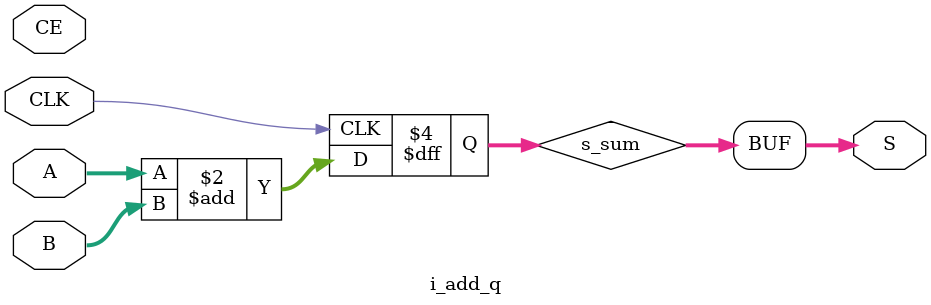
<source format=v>
module i_add_q #(
    parameter INPUT_WIDTH = 37
)(
    input wire signed  [INPUT_WIDTH-1:0]   A,
    input wire signed  [INPUT_WIDTH-1:0]   B,
    input wire                             CLK,
    input wire                             CE,//高有效
    output wire signed [INPUT_WIDTH:0]     S
);

    reg signed [INPUT_WIDTH:0] s_sum = 'd0;

    always @(posedge CLK ) begin
        s_sum = A + B;
    end
    
    assign S = s_sum;

endmodule
</source>
